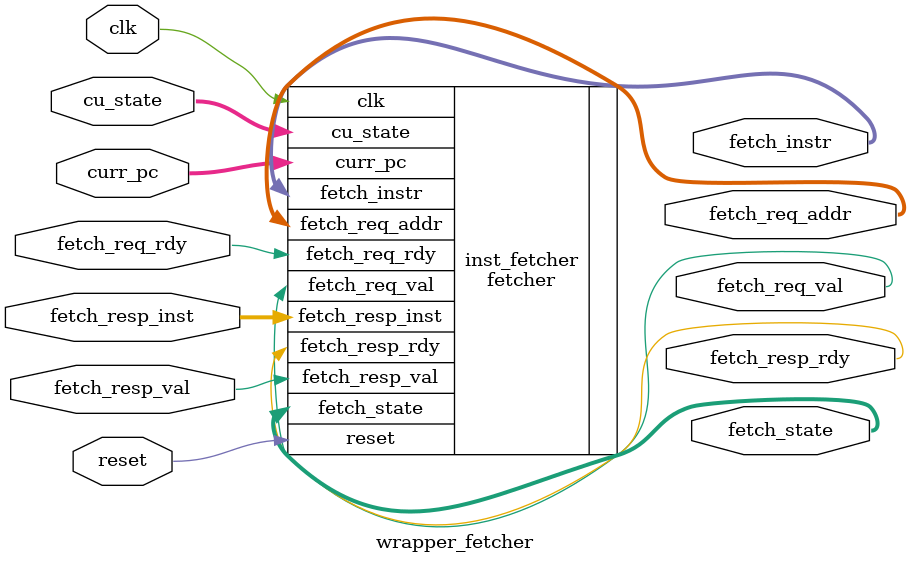
<source format=v>
`include "../../src/fetcher/fetcher.v"
module wrapper_fetcher #(
  parameter PC_ADDR_WIDTH = 8, 
            INST_MSG_WIDTH = 16
) (
  input clk,
  input reset,
  input [3:0] cu_state, 

  // Functional Block Inputs
  input [PC_ADDR_WIDTH-1:0] curr_pc, 

  // Functional Block Outputs
  output [1:0] fetch_state,
  output [INST_MSG_WIDTH-1:0] fetch_instr, 

  // Memory Fetch Request
  input fetch_req_rdy,
  output fetch_req_val,
  output [PC_ADDR_WIDTH-1:0] fetch_req_addr, // Uses current pc

  // Memory Fetch Response
  output fetch_resp_rdy, 
  input fetch_resp_val,
  input [INST_MSG_WIDTH-1:0] fetch_resp_inst
); 

fetcher #(
  .PC_ADDR_WIDTH(PC_ADDR_WIDTH),
  .INST_MSG_WIDTH(INST_MSG_WIDTH)
) inst_fetcher(
  .clk(clk),
  .reset(reset),
  .cu_state(cu_state),
  .curr_pc(curr_pc),
  .fetch_state(fetch_state),
  .fetch_instr(fetch_instr),
  .fetch_req_rdy(fetch_req_rdy),
  .fetch_req_val(fetch_req_val),
  .fetch_req_addr(fetch_req_addr),
  .fetch_resp_rdy(fetch_resp_rdy),
  .fetch_resp_val(fetch_resp_val),
  .fetch_resp_inst(fetch_resp_inst)
);

initial begin 
  $dumpfile("fetcher_dump.vcd");
  $dumpvars(1, inst_fetcher);
end

endmodule
</source>
